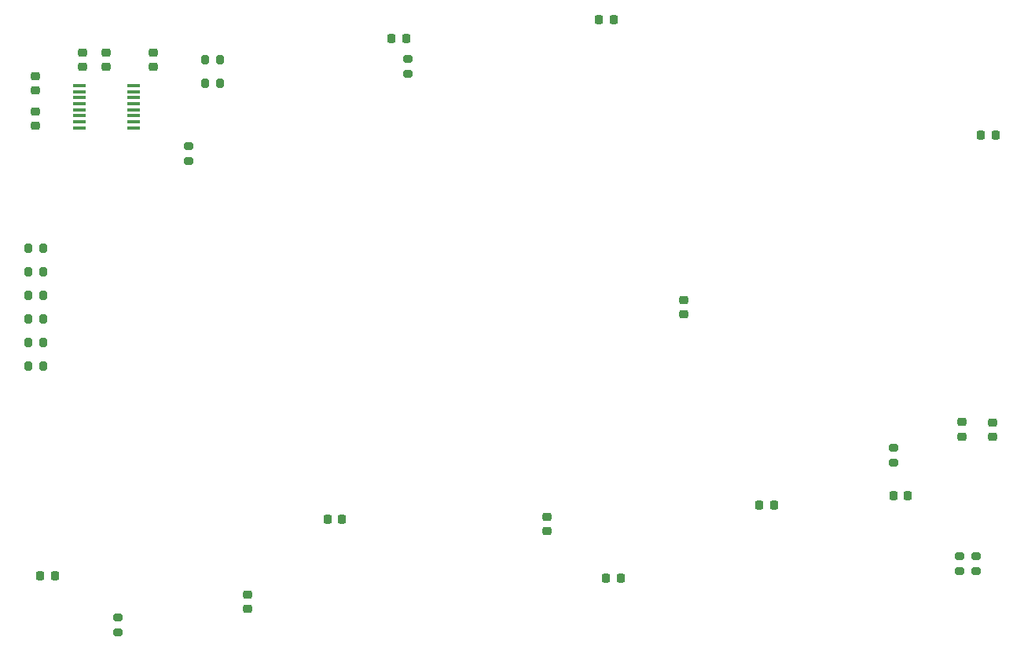
<source format=gtp>
%TF.GenerationSoftware,KiCad,Pcbnew,(6.0.0)*%
%TF.CreationDate,2022-03-15T02:00:18-04:00*%
%TF.ProjectId,R6501Q SBC,52363530-3151-4205-9342-432e6b696361,rev?*%
%TF.SameCoordinates,Original*%
%TF.FileFunction,Paste,Top*%
%TF.FilePolarity,Positive*%
%FSLAX46Y46*%
G04 Gerber Fmt 4.6, Leading zero omitted, Abs format (unit mm)*
G04 Created by KiCad (PCBNEW (6.0.0)) date 2022-03-15 02:00:18*
%MOMM*%
%LPD*%
G01*
G04 APERTURE LIST*
G04 Aperture macros list*
%AMRoundRect*
0 Rectangle with rounded corners*
0 $1 Rounding radius*
0 $2 $3 $4 $5 $6 $7 $8 $9 X,Y pos of 4 corners*
0 Add a 4 corners polygon primitive as box body*
4,1,4,$2,$3,$4,$5,$6,$7,$8,$9,$2,$3,0*
0 Add four circle primitives for the rounded corners*
1,1,$1+$1,$2,$3*
1,1,$1+$1,$4,$5*
1,1,$1+$1,$6,$7*
1,1,$1+$1,$8,$9*
0 Add four rect primitives between the rounded corners*
20,1,$1+$1,$2,$3,$4,$5,0*
20,1,$1+$1,$4,$5,$6,$7,0*
20,1,$1+$1,$6,$7,$8,$9,0*
20,1,$1+$1,$8,$9,$2,$3,0*%
G04 Aperture macros list end*
%ADD10RoundRect,0.225000X-0.250000X0.225000X-0.250000X-0.225000X0.250000X-0.225000X0.250000X0.225000X0*%
%ADD11RoundRect,0.200000X0.200000X0.275000X-0.200000X0.275000X-0.200000X-0.275000X0.200000X-0.275000X0*%
%ADD12RoundRect,0.200000X-0.275000X0.200000X-0.275000X-0.200000X0.275000X-0.200000X0.275000X0.200000X0*%
%ADD13RoundRect,0.225000X0.225000X0.250000X-0.225000X0.250000X-0.225000X-0.250000X0.225000X-0.250000X0*%
%ADD14RoundRect,0.225000X0.250000X-0.225000X0.250000X0.225000X-0.250000X0.225000X-0.250000X-0.225000X0*%
%ADD15RoundRect,0.200000X-0.200000X-0.275000X0.200000X-0.275000X0.200000X0.275000X-0.200000X0.275000X0*%
%ADD16RoundRect,0.200000X0.275000X-0.200000X0.275000X0.200000X-0.275000X0.200000X-0.275000X-0.200000X0*%
%ADD17R,1.475000X0.450000*%
%ADD18RoundRect,0.225000X-0.225000X-0.250000X0.225000X-0.250000X0.225000X0.250000X-0.225000X0.250000X0*%
G04 APERTURE END LIST*
D10*
%TO.C,C11*%
X185674000Y-89903000D03*
X185674000Y-91453000D03*
%TD*%
D11*
%TO.C,R11*%
X83375000Y-76200000D03*
X81725000Y-76200000D03*
%TD*%
%TO.C,R13*%
X83375000Y-81280000D03*
X81725000Y-81280000D03*
%TD*%
D12*
%TO.C,R7*%
X182118000Y-104331000D03*
X182118000Y-105981000D03*
%TD*%
D13*
%TO.C,C18*%
X176530000Y-97790000D03*
X174980000Y-97790000D03*
%TD*%
D11*
%TO.C,R10*%
X83375000Y-71120000D03*
X81725000Y-71120000D03*
%TD*%
D14*
%TO.C,C13*%
X105410000Y-109995000D03*
X105410000Y-108445000D03*
%TD*%
D10*
%TO.C,C6*%
X82550000Y-56375000D03*
X82550000Y-57925000D03*
%TD*%
%TO.C,C8*%
X90170000Y-50025000D03*
X90170000Y-51575000D03*
%TD*%
D13*
%TO.C,C16*%
X145555000Y-106680000D03*
X144005000Y-106680000D03*
%TD*%
D14*
%TO.C,C7*%
X87630000Y-51575000D03*
X87630000Y-50025000D03*
%TD*%
D10*
%TO.C,C4*%
X82550000Y-52565000D03*
X82550000Y-54115000D03*
%TD*%
D15*
%TO.C,R2*%
X100775000Y-53340000D03*
X102425000Y-53340000D03*
%TD*%
D11*
%TO.C,R9*%
X83375000Y-73660000D03*
X81725000Y-73660000D03*
%TD*%
D13*
%TO.C,C2*%
X144793000Y-46482000D03*
X143243000Y-46482000D03*
%TD*%
D12*
%TO.C,R6*%
X91440000Y-110935000D03*
X91440000Y-112585000D03*
%TD*%
D10*
%TO.C,C15*%
X137668000Y-100076000D03*
X137668000Y-101626000D03*
%TD*%
%TO.C,C9*%
X152400000Y-76695000D03*
X152400000Y-78245000D03*
%TD*%
D14*
%TO.C,C5*%
X95250000Y-51575000D03*
X95250000Y-50025000D03*
%TD*%
D13*
%TO.C,C12*%
X84595000Y-106426000D03*
X83045000Y-106426000D03*
%TD*%
%TO.C,C17*%
X162065000Y-98806000D03*
X160515000Y-98806000D03*
%TD*%
%TO.C,C14*%
X115570000Y-100330000D03*
X114020000Y-100330000D03*
%TD*%
D15*
%TO.C,R1*%
X100775000Y-50800000D03*
X102425000Y-50800000D03*
%TD*%
D11*
%TO.C,R14*%
X83375000Y-83820000D03*
X81725000Y-83820000D03*
%TD*%
D12*
%TO.C,R3*%
X122682000Y-50737000D03*
X122682000Y-52387000D03*
%TD*%
D16*
%TO.C,R5*%
X175006000Y-94297000D03*
X175006000Y-92647000D03*
%TD*%
D17*
%TO.C,IC1*%
X87232000Y-53605000D03*
X87232000Y-54255000D03*
X87232000Y-54905000D03*
X87232000Y-55555000D03*
X87232000Y-56205000D03*
X87232000Y-56855000D03*
X87232000Y-57505000D03*
X87232000Y-58155000D03*
X93108000Y-58155000D03*
X93108000Y-57505000D03*
X93108000Y-56855000D03*
X93108000Y-56205000D03*
X93108000Y-55555000D03*
X93108000Y-54905000D03*
X93108000Y-54255000D03*
X93108000Y-53605000D03*
%TD*%
D12*
%TO.C,R4*%
X99060000Y-60135000D03*
X99060000Y-61785000D03*
%TD*%
D18*
%TO.C,C1*%
X120891000Y-48514000D03*
X122441000Y-48514000D03*
%TD*%
D10*
%TO.C,C10*%
X182372000Y-89890000D03*
X182372000Y-91440000D03*
%TD*%
D18*
%TO.C,C3*%
X184391000Y-58928000D03*
X185941000Y-58928000D03*
%TD*%
D11*
%TO.C,R12*%
X83375000Y-78740000D03*
X81725000Y-78740000D03*
%TD*%
D12*
%TO.C,R8*%
X183896000Y-104331000D03*
X183896000Y-105981000D03*
%TD*%
M02*

</source>
